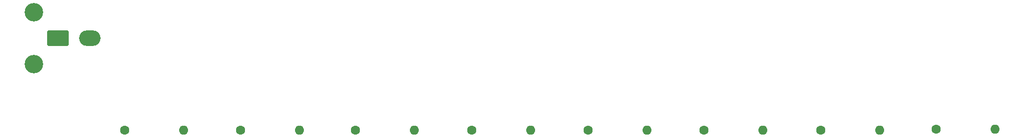
<source format=gbr>
%TF.GenerationSoftware,KiCad,Pcbnew,(6.0.5)*%
%TF.CreationDate,2023-02-26T02:49:59+09:00*%
%TF.ProjectId,_____,0c08746c-f12e-46b6-9963-61645f706362,rev?*%
%TF.SameCoordinates,Original*%
%TF.FileFunction,Soldermask,Bot*%
%TF.FilePolarity,Negative*%
%FSLAX46Y46*%
G04 Gerber Fmt 4.6, Leading zero omitted, Abs format (unit mm)*
G04 Created by KiCad (PCBNEW (6.0.5)) date 2023-02-26 02:49:59*
%MOMM*%
%LPD*%
G01*
G04 APERTURE LIST*
G04 Aperture macros list*
%AMRoundRect*
0 Rectangle with rounded corners*
0 $1 Rounding radius*
0 $2 $3 $4 $5 $6 $7 $8 $9 X,Y pos of 4 corners*
0 Add a 4 corners polygon primitive as box body*
4,1,4,$2,$3,$4,$5,$6,$7,$8,$9,$2,$3,0*
0 Add four circle primitives for the rounded corners*
1,1,$1+$1,$2,$3*
1,1,$1+$1,$4,$5*
1,1,$1+$1,$6,$7*
1,1,$1+$1,$8,$9*
0 Add four rect primitives between the rounded corners*
20,1,$1+$1,$2,$3,$4,$5,0*
20,1,$1+$1,$4,$5,$6,$7,0*
20,1,$1+$1,$6,$7,$8,$9,0*
20,1,$1+$1,$8,$9,$2,$3,0*%
G04 Aperture macros list end*
%ADD10C,1.600000*%
%ADD11O,1.600000X1.600000*%
%ADD12C,3.200000*%
%ADD13RoundRect,0.250001X1.599999X-1.099999X1.599999X1.099999X-1.599999X1.099999X-1.599999X-1.099999X0*%
%ADD14O,3.700000X2.700000*%
G04 APERTURE END LIST*
D10*
%TO.C,R8*%
X216000000Y-97028000D03*
D11*
X226160000Y-97028000D03*
%TD*%
D10*
%TO.C,R7*%
X196088000Y-97155000D03*
D11*
X206248000Y-97155000D03*
%TD*%
D10*
%TO.C,R5*%
X155956000Y-97155000D03*
D11*
X166116000Y-97155000D03*
%TD*%
D12*
%TO.C,J1*%
X60316000Y-76780000D03*
X60316000Y-85780000D03*
D13*
X64516000Y-81280000D03*
D14*
X70016000Y-81280000D03*
%TD*%
D10*
%TO.C,R6*%
X175895000Y-97155000D03*
D11*
X186055000Y-97155000D03*
%TD*%
D10*
%TO.C,R2*%
X96012000Y-97155000D03*
D11*
X106172000Y-97155000D03*
%TD*%
D10*
%TO.C,R4*%
X135890000Y-97155000D03*
D11*
X146050000Y-97155000D03*
%TD*%
D10*
%TO.C,R1*%
X76000000Y-97155000D03*
D11*
X86160000Y-97155000D03*
%TD*%
D10*
%TO.C,R3*%
X115824000Y-97155000D03*
D11*
X125984000Y-97155000D03*
%TD*%
M02*

</source>
